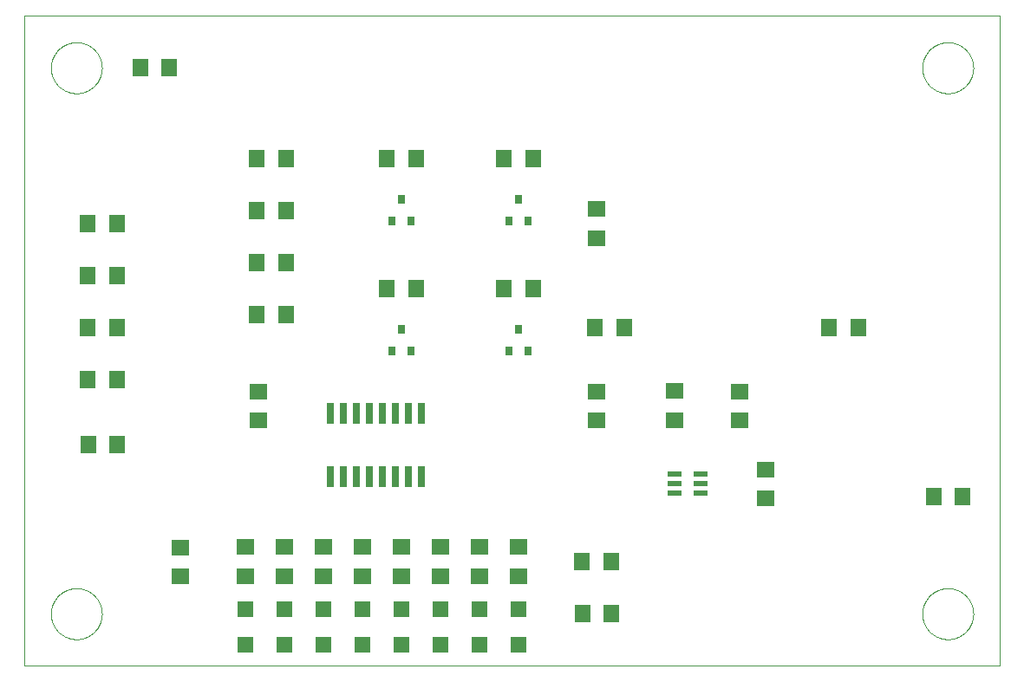
<source format=gtp>
G75*
%MOIN*%
%OFA0B0*%
%FSLAX25Y25*%
%IPPOS*%
%LPD*%
%AMOC8*
5,1,8,0,0,1.08239X$1,22.5*
%
%ADD10C,0.00000*%
%ADD11R,0.07087X0.06299*%
%ADD12R,0.06299X0.07087*%
%ADD13R,0.06299X0.07098*%
%ADD14R,0.05200X0.02200*%
%ADD15R,0.07098X0.06299*%
%ADD16R,0.02600X0.08000*%
%ADD17R,0.05906X0.05906*%
%ADD18R,0.03150X0.03543*%
D10*
X0011528Y0028933D02*
X0011528Y0278933D01*
X0386528Y0278933D01*
X0386528Y0028933D01*
X0011528Y0028933D01*
X0021728Y0048933D02*
X0021731Y0049174D01*
X0021740Y0049414D01*
X0021755Y0049654D01*
X0021775Y0049894D01*
X0021802Y0050133D01*
X0021834Y0050371D01*
X0021872Y0050608D01*
X0021916Y0050845D01*
X0021966Y0051080D01*
X0022022Y0051314D01*
X0022083Y0051547D01*
X0022150Y0051778D01*
X0022223Y0052007D01*
X0022301Y0052235D01*
X0022385Y0052460D01*
X0022474Y0052683D01*
X0022569Y0052904D01*
X0022669Y0053123D01*
X0022774Y0053339D01*
X0022885Y0053553D01*
X0023001Y0053763D01*
X0023122Y0053971D01*
X0023248Y0054176D01*
X0023380Y0054378D01*
X0023516Y0054576D01*
X0023657Y0054771D01*
X0023802Y0054962D01*
X0023952Y0055150D01*
X0024107Y0055334D01*
X0024267Y0055514D01*
X0024430Y0055690D01*
X0024598Y0055863D01*
X0024771Y0056031D01*
X0024947Y0056194D01*
X0025127Y0056354D01*
X0025311Y0056509D01*
X0025499Y0056659D01*
X0025690Y0056804D01*
X0025885Y0056945D01*
X0026083Y0057081D01*
X0026285Y0057213D01*
X0026490Y0057339D01*
X0026698Y0057460D01*
X0026908Y0057576D01*
X0027122Y0057687D01*
X0027338Y0057792D01*
X0027557Y0057892D01*
X0027778Y0057987D01*
X0028001Y0058076D01*
X0028226Y0058160D01*
X0028454Y0058238D01*
X0028683Y0058311D01*
X0028914Y0058378D01*
X0029147Y0058439D01*
X0029381Y0058495D01*
X0029616Y0058545D01*
X0029853Y0058589D01*
X0030090Y0058627D01*
X0030328Y0058659D01*
X0030567Y0058686D01*
X0030807Y0058706D01*
X0031047Y0058721D01*
X0031287Y0058730D01*
X0031528Y0058733D01*
X0031769Y0058730D01*
X0032009Y0058721D01*
X0032249Y0058706D01*
X0032489Y0058686D01*
X0032728Y0058659D01*
X0032966Y0058627D01*
X0033203Y0058589D01*
X0033440Y0058545D01*
X0033675Y0058495D01*
X0033909Y0058439D01*
X0034142Y0058378D01*
X0034373Y0058311D01*
X0034602Y0058238D01*
X0034830Y0058160D01*
X0035055Y0058076D01*
X0035278Y0057987D01*
X0035499Y0057892D01*
X0035718Y0057792D01*
X0035934Y0057687D01*
X0036148Y0057576D01*
X0036358Y0057460D01*
X0036566Y0057339D01*
X0036771Y0057213D01*
X0036973Y0057081D01*
X0037171Y0056945D01*
X0037366Y0056804D01*
X0037557Y0056659D01*
X0037745Y0056509D01*
X0037929Y0056354D01*
X0038109Y0056194D01*
X0038285Y0056031D01*
X0038458Y0055863D01*
X0038626Y0055690D01*
X0038789Y0055514D01*
X0038949Y0055334D01*
X0039104Y0055150D01*
X0039254Y0054962D01*
X0039399Y0054771D01*
X0039540Y0054576D01*
X0039676Y0054378D01*
X0039808Y0054176D01*
X0039934Y0053971D01*
X0040055Y0053763D01*
X0040171Y0053553D01*
X0040282Y0053339D01*
X0040387Y0053123D01*
X0040487Y0052904D01*
X0040582Y0052683D01*
X0040671Y0052460D01*
X0040755Y0052235D01*
X0040833Y0052007D01*
X0040906Y0051778D01*
X0040973Y0051547D01*
X0041034Y0051314D01*
X0041090Y0051080D01*
X0041140Y0050845D01*
X0041184Y0050608D01*
X0041222Y0050371D01*
X0041254Y0050133D01*
X0041281Y0049894D01*
X0041301Y0049654D01*
X0041316Y0049414D01*
X0041325Y0049174D01*
X0041328Y0048933D01*
X0041325Y0048692D01*
X0041316Y0048452D01*
X0041301Y0048212D01*
X0041281Y0047972D01*
X0041254Y0047733D01*
X0041222Y0047495D01*
X0041184Y0047258D01*
X0041140Y0047021D01*
X0041090Y0046786D01*
X0041034Y0046552D01*
X0040973Y0046319D01*
X0040906Y0046088D01*
X0040833Y0045859D01*
X0040755Y0045631D01*
X0040671Y0045406D01*
X0040582Y0045183D01*
X0040487Y0044962D01*
X0040387Y0044743D01*
X0040282Y0044527D01*
X0040171Y0044313D01*
X0040055Y0044103D01*
X0039934Y0043895D01*
X0039808Y0043690D01*
X0039676Y0043488D01*
X0039540Y0043290D01*
X0039399Y0043095D01*
X0039254Y0042904D01*
X0039104Y0042716D01*
X0038949Y0042532D01*
X0038789Y0042352D01*
X0038626Y0042176D01*
X0038458Y0042003D01*
X0038285Y0041835D01*
X0038109Y0041672D01*
X0037929Y0041512D01*
X0037745Y0041357D01*
X0037557Y0041207D01*
X0037366Y0041062D01*
X0037171Y0040921D01*
X0036973Y0040785D01*
X0036771Y0040653D01*
X0036566Y0040527D01*
X0036358Y0040406D01*
X0036148Y0040290D01*
X0035934Y0040179D01*
X0035718Y0040074D01*
X0035499Y0039974D01*
X0035278Y0039879D01*
X0035055Y0039790D01*
X0034830Y0039706D01*
X0034602Y0039628D01*
X0034373Y0039555D01*
X0034142Y0039488D01*
X0033909Y0039427D01*
X0033675Y0039371D01*
X0033440Y0039321D01*
X0033203Y0039277D01*
X0032966Y0039239D01*
X0032728Y0039207D01*
X0032489Y0039180D01*
X0032249Y0039160D01*
X0032009Y0039145D01*
X0031769Y0039136D01*
X0031528Y0039133D01*
X0031287Y0039136D01*
X0031047Y0039145D01*
X0030807Y0039160D01*
X0030567Y0039180D01*
X0030328Y0039207D01*
X0030090Y0039239D01*
X0029853Y0039277D01*
X0029616Y0039321D01*
X0029381Y0039371D01*
X0029147Y0039427D01*
X0028914Y0039488D01*
X0028683Y0039555D01*
X0028454Y0039628D01*
X0028226Y0039706D01*
X0028001Y0039790D01*
X0027778Y0039879D01*
X0027557Y0039974D01*
X0027338Y0040074D01*
X0027122Y0040179D01*
X0026908Y0040290D01*
X0026698Y0040406D01*
X0026490Y0040527D01*
X0026285Y0040653D01*
X0026083Y0040785D01*
X0025885Y0040921D01*
X0025690Y0041062D01*
X0025499Y0041207D01*
X0025311Y0041357D01*
X0025127Y0041512D01*
X0024947Y0041672D01*
X0024771Y0041835D01*
X0024598Y0042003D01*
X0024430Y0042176D01*
X0024267Y0042352D01*
X0024107Y0042532D01*
X0023952Y0042716D01*
X0023802Y0042904D01*
X0023657Y0043095D01*
X0023516Y0043290D01*
X0023380Y0043488D01*
X0023248Y0043690D01*
X0023122Y0043895D01*
X0023001Y0044103D01*
X0022885Y0044313D01*
X0022774Y0044527D01*
X0022669Y0044743D01*
X0022569Y0044962D01*
X0022474Y0045183D01*
X0022385Y0045406D01*
X0022301Y0045631D01*
X0022223Y0045859D01*
X0022150Y0046088D01*
X0022083Y0046319D01*
X0022022Y0046552D01*
X0021966Y0046786D01*
X0021916Y0047021D01*
X0021872Y0047258D01*
X0021834Y0047495D01*
X0021802Y0047733D01*
X0021775Y0047972D01*
X0021755Y0048212D01*
X0021740Y0048452D01*
X0021731Y0048692D01*
X0021728Y0048933D01*
X0021728Y0258933D02*
X0021731Y0259174D01*
X0021740Y0259414D01*
X0021755Y0259654D01*
X0021775Y0259894D01*
X0021802Y0260133D01*
X0021834Y0260371D01*
X0021872Y0260608D01*
X0021916Y0260845D01*
X0021966Y0261080D01*
X0022022Y0261314D01*
X0022083Y0261547D01*
X0022150Y0261778D01*
X0022223Y0262007D01*
X0022301Y0262235D01*
X0022385Y0262460D01*
X0022474Y0262683D01*
X0022569Y0262904D01*
X0022669Y0263123D01*
X0022774Y0263339D01*
X0022885Y0263553D01*
X0023001Y0263763D01*
X0023122Y0263971D01*
X0023248Y0264176D01*
X0023380Y0264378D01*
X0023516Y0264576D01*
X0023657Y0264771D01*
X0023802Y0264962D01*
X0023952Y0265150D01*
X0024107Y0265334D01*
X0024267Y0265514D01*
X0024430Y0265690D01*
X0024598Y0265863D01*
X0024771Y0266031D01*
X0024947Y0266194D01*
X0025127Y0266354D01*
X0025311Y0266509D01*
X0025499Y0266659D01*
X0025690Y0266804D01*
X0025885Y0266945D01*
X0026083Y0267081D01*
X0026285Y0267213D01*
X0026490Y0267339D01*
X0026698Y0267460D01*
X0026908Y0267576D01*
X0027122Y0267687D01*
X0027338Y0267792D01*
X0027557Y0267892D01*
X0027778Y0267987D01*
X0028001Y0268076D01*
X0028226Y0268160D01*
X0028454Y0268238D01*
X0028683Y0268311D01*
X0028914Y0268378D01*
X0029147Y0268439D01*
X0029381Y0268495D01*
X0029616Y0268545D01*
X0029853Y0268589D01*
X0030090Y0268627D01*
X0030328Y0268659D01*
X0030567Y0268686D01*
X0030807Y0268706D01*
X0031047Y0268721D01*
X0031287Y0268730D01*
X0031528Y0268733D01*
X0031769Y0268730D01*
X0032009Y0268721D01*
X0032249Y0268706D01*
X0032489Y0268686D01*
X0032728Y0268659D01*
X0032966Y0268627D01*
X0033203Y0268589D01*
X0033440Y0268545D01*
X0033675Y0268495D01*
X0033909Y0268439D01*
X0034142Y0268378D01*
X0034373Y0268311D01*
X0034602Y0268238D01*
X0034830Y0268160D01*
X0035055Y0268076D01*
X0035278Y0267987D01*
X0035499Y0267892D01*
X0035718Y0267792D01*
X0035934Y0267687D01*
X0036148Y0267576D01*
X0036358Y0267460D01*
X0036566Y0267339D01*
X0036771Y0267213D01*
X0036973Y0267081D01*
X0037171Y0266945D01*
X0037366Y0266804D01*
X0037557Y0266659D01*
X0037745Y0266509D01*
X0037929Y0266354D01*
X0038109Y0266194D01*
X0038285Y0266031D01*
X0038458Y0265863D01*
X0038626Y0265690D01*
X0038789Y0265514D01*
X0038949Y0265334D01*
X0039104Y0265150D01*
X0039254Y0264962D01*
X0039399Y0264771D01*
X0039540Y0264576D01*
X0039676Y0264378D01*
X0039808Y0264176D01*
X0039934Y0263971D01*
X0040055Y0263763D01*
X0040171Y0263553D01*
X0040282Y0263339D01*
X0040387Y0263123D01*
X0040487Y0262904D01*
X0040582Y0262683D01*
X0040671Y0262460D01*
X0040755Y0262235D01*
X0040833Y0262007D01*
X0040906Y0261778D01*
X0040973Y0261547D01*
X0041034Y0261314D01*
X0041090Y0261080D01*
X0041140Y0260845D01*
X0041184Y0260608D01*
X0041222Y0260371D01*
X0041254Y0260133D01*
X0041281Y0259894D01*
X0041301Y0259654D01*
X0041316Y0259414D01*
X0041325Y0259174D01*
X0041328Y0258933D01*
X0041325Y0258692D01*
X0041316Y0258452D01*
X0041301Y0258212D01*
X0041281Y0257972D01*
X0041254Y0257733D01*
X0041222Y0257495D01*
X0041184Y0257258D01*
X0041140Y0257021D01*
X0041090Y0256786D01*
X0041034Y0256552D01*
X0040973Y0256319D01*
X0040906Y0256088D01*
X0040833Y0255859D01*
X0040755Y0255631D01*
X0040671Y0255406D01*
X0040582Y0255183D01*
X0040487Y0254962D01*
X0040387Y0254743D01*
X0040282Y0254527D01*
X0040171Y0254313D01*
X0040055Y0254103D01*
X0039934Y0253895D01*
X0039808Y0253690D01*
X0039676Y0253488D01*
X0039540Y0253290D01*
X0039399Y0253095D01*
X0039254Y0252904D01*
X0039104Y0252716D01*
X0038949Y0252532D01*
X0038789Y0252352D01*
X0038626Y0252176D01*
X0038458Y0252003D01*
X0038285Y0251835D01*
X0038109Y0251672D01*
X0037929Y0251512D01*
X0037745Y0251357D01*
X0037557Y0251207D01*
X0037366Y0251062D01*
X0037171Y0250921D01*
X0036973Y0250785D01*
X0036771Y0250653D01*
X0036566Y0250527D01*
X0036358Y0250406D01*
X0036148Y0250290D01*
X0035934Y0250179D01*
X0035718Y0250074D01*
X0035499Y0249974D01*
X0035278Y0249879D01*
X0035055Y0249790D01*
X0034830Y0249706D01*
X0034602Y0249628D01*
X0034373Y0249555D01*
X0034142Y0249488D01*
X0033909Y0249427D01*
X0033675Y0249371D01*
X0033440Y0249321D01*
X0033203Y0249277D01*
X0032966Y0249239D01*
X0032728Y0249207D01*
X0032489Y0249180D01*
X0032249Y0249160D01*
X0032009Y0249145D01*
X0031769Y0249136D01*
X0031528Y0249133D01*
X0031287Y0249136D01*
X0031047Y0249145D01*
X0030807Y0249160D01*
X0030567Y0249180D01*
X0030328Y0249207D01*
X0030090Y0249239D01*
X0029853Y0249277D01*
X0029616Y0249321D01*
X0029381Y0249371D01*
X0029147Y0249427D01*
X0028914Y0249488D01*
X0028683Y0249555D01*
X0028454Y0249628D01*
X0028226Y0249706D01*
X0028001Y0249790D01*
X0027778Y0249879D01*
X0027557Y0249974D01*
X0027338Y0250074D01*
X0027122Y0250179D01*
X0026908Y0250290D01*
X0026698Y0250406D01*
X0026490Y0250527D01*
X0026285Y0250653D01*
X0026083Y0250785D01*
X0025885Y0250921D01*
X0025690Y0251062D01*
X0025499Y0251207D01*
X0025311Y0251357D01*
X0025127Y0251512D01*
X0024947Y0251672D01*
X0024771Y0251835D01*
X0024598Y0252003D01*
X0024430Y0252176D01*
X0024267Y0252352D01*
X0024107Y0252532D01*
X0023952Y0252716D01*
X0023802Y0252904D01*
X0023657Y0253095D01*
X0023516Y0253290D01*
X0023380Y0253488D01*
X0023248Y0253690D01*
X0023122Y0253895D01*
X0023001Y0254103D01*
X0022885Y0254313D01*
X0022774Y0254527D01*
X0022669Y0254743D01*
X0022569Y0254962D01*
X0022474Y0255183D01*
X0022385Y0255406D01*
X0022301Y0255631D01*
X0022223Y0255859D01*
X0022150Y0256088D01*
X0022083Y0256319D01*
X0022022Y0256552D01*
X0021966Y0256786D01*
X0021916Y0257021D01*
X0021872Y0257258D01*
X0021834Y0257495D01*
X0021802Y0257733D01*
X0021775Y0257972D01*
X0021755Y0258212D01*
X0021740Y0258452D01*
X0021731Y0258692D01*
X0021728Y0258933D01*
X0356728Y0258933D02*
X0356731Y0259174D01*
X0356740Y0259414D01*
X0356755Y0259654D01*
X0356775Y0259894D01*
X0356802Y0260133D01*
X0356834Y0260371D01*
X0356872Y0260608D01*
X0356916Y0260845D01*
X0356966Y0261080D01*
X0357022Y0261314D01*
X0357083Y0261547D01*
X0357150Y0261778D01*
X0357223Y0262007D01*
X0357301Y0262235D01*
X0357385Y0262460D01*
X0357474Y0262683D01*
X0357569Y0262904D01*
X0357669Y0263123D01*
X0357774Y0263339D01*
X0357885Y0263553D01*
X0358001Y0263763D01*
X0358122Y0263971D01*
X0358248Y0264176D01*
X0358380Y0264378D01*
X0358516Y0264576D01*
X0358657Y0264771D01*
X0358802Y0264962D01*
X0358952Y0265150D01*
X0359107Y0265334D01*
X0359267Y0265514D01*
X0359430Y0265690D01*
X0359598Y0265863D01*
X0359771Y0266031D01*
X0359947Y0266194D01*
X0360127Y0266354D01*
X0360311Y0266509D01*
X0360499Y0266659D01*
X0360690Y0266804D01*
X0360885Y0266945D01*
X0361083Y0267081D01*
X0361285Y0267213D01*
X0361490Y0267339D01*
X0361698Y0267460D01*
X0361908Y0267576D01*
X0362122Y0267687D01*
X0362338Y0267792D01*
X0362557Y0267892D01*
X0362778Y0267987D01*
X0363001Y0268076D01*
X0363226Y0268160D01*
X0363454Y0268238D01*
X0363683Y0268311D01*
X0363914Y0268378D01*
X0364147Y0268439D01*
X0364381Y0268495D01*
X0364616Y0268545D01*
X0364853Y0268589D01*
X0365090Y0268627D01*
X0365328Y0268659D01*
X0365567Y0268686D01*
X0365807Y0268706D01*
X0366047Y0268721D01*
X0366287Y0268730D01*
X0366528Y0268733D01*
X0366769Y0268730D01*
X0367009Y0268721D01*
X0367249Y0268706D01*
X0367489Y0268686D01*
X0367728Y0268659D01*
X0367966Y0268627D01*
X0368203Y0268589D01*
X0368440Y0268545D01*
X0368675Y0268495D01*
X0368909Y0268439D01*
X0369142Y0268378D01*
X0369373Y0268311D01*
X0369602Y0268238D01*
X0369830Y0268160D01*
X0370055Y0268076D01*
X0370278Y0267987D01*
X0370499Y0267892D01*
X0370718Y0267792D01*
X0370934Y0267687D01*
X0371148Y0267576D01*
X0371358Y0267460D01*
X0371566Y0267339D01*
X0371771Y0267213D01*
X0371973Y0267081D01*
X0372171Y0266945D01*
X0372366Y0266804D01*
X0372557Y0266659D01*
X0372745Y0266509D01*
X0372929Y0266354D01*
X0373109Y0266194D01*
X0373285Y0266031D01*
X0373458Y0265863D01*
X0373626Y0265690D01*
X0373789Y0265514D01*
X0373949Y0265334D01*
X0374104Y0265150D01*
X0374254Y0264962D01*
X0374399Y0264771D01*
X0374540Y0264576D01*
X0374676Y0264378D01*
X0374808Y0264176D01*
X0374934Y0263971D01*
X0375055Y0263763D01*
X0375171Y0263553D01*
X0375282Y0263339D01*
X0375387Y0263123D01*
X0375487Y0262904D01*
X0375582Y0262683D01*
X0375671Y0262460D01*
X0375755Y0262235D01*
X0375833Y0262007D01*
X0375906Y0261778D01*
X0375973Y0261547D01*
X0376034Y0261314D01*
X0376090Y0261080D01*
X0376140Y0260845D01*
X0376184Y0260608D01*
X0376222Y0260371D01*
X0376254Y0260133D01*
X0376281Y0259894D01*
X0376301Y0259654D01*
X0376316Y0259414D01*
X0376325Y0259174D01*
X0376328Y0258933D01*
X0376325Y0258692D01*
X0376316Y0258452D01*
X0376301Y0258212D01*
X0376281Y0257972D01*
X0376254Y0257733D01*
X0376222Y0257495D01*
X0376184Y0257258D01*
X0376140Y0257021D01*
X0376090Y0256786D01*
X0376034Y0256552D01*
X0375973Y0256319D01*
X0375906Y0256088D01*
X0375833Y0255859D01*
X0375755Y0255631D01*
X0375671Y0255406D01*
X0375582Y0255183D01*
X0375487Y0254962D01*
X0375387Y0254743D01*
X0375282Y0254527D01*
X0375171Y0254313D01*
X0375055Y0254103D01*
X0374934Y0253895D01*
X0374808Y0253690D01*
X0374676Y0253488D01*
X0374540Y0253290D01*
X0374399Y0253095D01*
X0374254Y0252904D01*
X0374104Y0252716D01*
X0373949Y0252532D01*
X0373789Y0252352D01*
X0373626Y0252176D01*
X0373458Y0252003D01*
X0373285Y0251835D01*
X0373109Y0251672D01*
X0372929Y0251512D01*
X0372745Y0251357D01*
X0372557Y0251207D01*
X0372366Y0251062D01*
X0372171Y0250921D01*
X0371973Y0250785D01*
X0371771Y0250653D01*
X0371566Y0250527D01*
X0371358Y0250406D01*
X0371148Y0250290D01*
X0370934Y0250179D01*
X0370718Y0250074D01*
X0370499Y0249974D01*
X0370278Y0249879D01*
X0370055Y0249790D01*
X0369830Y0249706D01*
X0369602Y0249628D01*
X0369373Y0249555D01*
X0369142Y0249488D01*
X0368909Y0249427D01*
X0368675Y0249371D01*
X0368440Y0249321D01*
X0368203Y0249277D01*
X0367966Y0249239D01*
X0367728Y0249207D01*
X0367489Y0249180D01*
X0367249Y0249160D01*
X0367009Y0249145D01*
X0366769Y0249136D01*
X0366528Y0249133D01*
X0366287Y0249136D01*
X0366047Y0249145D01*
X0365807Y0249160D01*
X0365567Y0249180D01*
X0365328Y0249207D01*
X0365090Y0249239D01*
X0364853Y0249277D01*
X0364616Y0249321D01*
X0364381Y0249371D01*
X0364147Y0249427D01*
X0363914Y0249488D01*
X0363683Y0249555D01*
X0363454Y0249628D01*
X0363226Y0249706D01*
X0363001Y0249790D01*
X0362778Y0249879D01*
X0362557Y0249974D01*
X0362338Y0250074D01*
X0362122Y0250179D01*
X0361908Y0250290D01*
X0361698Y0250406D01*
X0361490Y0250527D01*
X0361285Y0250653D01*
X0361083Y0250785D01*
X0360885Y0250921D01*
X0360690Y0251062D01*
X0360499Y0251207D01*
X0360311Y0251357D01*
X0360127Y0251512D01*
X0359947Y0251672D01*
X0359771Y0251835D01*
X0359598Y0252003D01*
X0359430Y0252176D01*
X0359267Y0252352D01*
X0359107Y0252532D01*
X0358952Y0252716D01*
X0358802Y0252904D01*
X0358657Y0253095D01*
X0358516Y0253290D01*
X0358380Y0253488D01*
X0358248Y0253690D01*
X0358122Y0253895D01*
X0358001Y0254103D01*
X0357885Y0254313D01*
X0357774Y0254527D01*
X0357669Y0254743D01*
X0357569Y0254962D01*
X0357474Y0255183D01*
X0357385Y0255406D01*
X0357301Y0255631D01*
X0357223Y0255859D01*
X0357150Y0256088D01*
X0357083Y0256319D01*
X0357022Y0256552D01*
X0356966Y0256786D01*
X0356916Y0257021D01*
X0356872Y0257258D01*
X0356834Y0257495D01*
X0356802Y0257733D01*
X0356775Y0257972D01*
X0356755Y0258212D01*
X0356740Y0258452D01*
X0356731Y0258692D01*
X0356728Y0258933D01*
X0356728Y0048933D02*
X0356731Y0049174D01*
X0356740Y0049414D01*
X0356755Y0049654D01*
X0356775Y0049894D01*
X0356802Y0050133D01*
X0356834Y0050371D01*
X0356872Y0050608D01*
X0356916Y0050845D01*
X0356966Y0051080D01*
X0357022Y0051314D01*
X0357083Y0051547D01*
X0357150Y0051778D01*
X0357223Y0052007D01*
X0357301Y0052235D01*
X0357385Y0052460D01*
X0357474Y0052683D01*
X0357569Y0052904D01*
X0357669Y0053123D01*
X0357774Y0053339D01*
X0357885Y0053553D01*
X0358001Y0053763D01*
X0358122Y0053971D01*
X0358248Y0054176D01*
X0358380Y0054378D01*
X0358516Y0054576D01*
X0358657Y0054771D01*
X0358802Y0054962D01*
X0358952Y0055150D01*
X0359107Y0055334D01*
X0359267Y0055514D01*
X0359430Y0055690D01*
X0359598Y0055863D01*
X0359771Y0056031D01*
X0359947Y0056194D01*
X0360127Y0056354D01*
X0360311Y0056509D01*
X0360499Y0056659D01*
X0360690Y0056804D01*
X0360885Y0056945D01*
X0361083Y0057081D01*
X0361285Y0057213D01*
X0361490Y0057339D01*
X0361698Y0057460D01*
X0361908Y0057576D01*
X0362122Y0057687D01*
X0362338Y0057792D01*
X0362557Y0057892D01*
X0362778Y0057987D01*
X0363001Y0058076D01*
X0363226Y0058160D01*
X0363454Y0058238D01*
X0363683Y0058311D01*
X0363914Y0058378D01*
X0364147Y0058439D01*
X0364381Y0058495D01*
X0364616Y0058545D01*
X0364853Y0058589D01*
X0365090Y0058627D01*
X0365328Y0058659D01*
X0365567Y0058686D01*
X0365807Y0058706D01*
X0366047Y0058721D01*
X0366287Y0058730D01*
X0366528Y0058733D01*
X0366769Y0058730D01*
X0367009Y0058721D01*
X0367249Y0058706D01*
X0367489Y0058686D01*
X0367728Y0058659D01*
X0367966Y0058627D01*
X0368203Y0058589D01*
X0368440Y0058545D01*
X0368675Y0058495D01*
X0368909Y0058439D01*
X0369142Y0058378D01*
X0369373Y0058311D01*
X0369602Y0058238D01*
X0369830Y0058160D01*
X0370055Y0058076D01*
X0370278Y0057987D01*
X0370499Y0057892D01*
X0370718Y0057792D01*
X0370934Y0057687D01*
X0371148Y0057576D01*
X0371358Y0057460D01*
X0371566Y0057339D01*
X0371771Y0057213D01*
X0371973Y0057081D01*
X0372171Y0056945D01*
X0372366Y0056804D01*
X0372557Y0056659D01*
X0372745Y0056509D01*
X0372929Y0056354D01*
X0373109Y0056194D01*
X0373285Y0056031D01*
X0373458Y0055863D01*
X0373626Y0055690D01*
X0373789Y0055514D01*
X0373949Y0055334D01*
X0374104Y0055150D01*
X0374254Y0054962D01*
X0374399Y0054771D01*
X0374540Y0054576D01*
X0374676Y0054378D01*
X0374808Y0054176D01*
X0374934Y0053971D01*
X0375055Y0053763D01*
X0375171Y0053553D01*
X0375282Y0053339D01*
X0375387Y0053123D01*
X0375487Y0052904D01*
X0375582Y0052683D01*
X0375671Y0052460D01*
X0375755Y0052235D01*
X0375833Y0052007D01*
X0375906Y0051778D01*
X0375973Y0051547D01*
X0376034Y0051314D01*
X0376090Y0051080D01*
X0376140Y0050845D01*
X0376184Y0050608D01*
X0376222Y0050371D01*
X0376254Y0050133D01*
X0376281Y0049894D01*
X0376301Y0049654D01*
X0376316Y0049414D01*
X0376325Y0049174D01*
X0376328Y0048933D01*
X0376325Y0048692D01*
X0376316Y0048452D01*
X0376301Y0048212D01*
X0376281Y0047972D01*
X0376254Y0047733D01*
X0376222Y0047495D01*
X0376184Y0047258D01*
X0376140Y0047021D01*
X0376090Y0046786D01*
X0376034Y0046552D01*
X0375973Y0046319D01*
X0375906Y0046088D01*
X0375833Y0045859D01*
X0375755Y0045631D01*
X0375671Y0045406D01*
X0375582Y0045183D01*
X0375487Y0044962D01*
X0375387Y0044743D01*
X0375282Y0044527D01*
X0375171Y0044313D01*
X0375055Y0044103D01*
X0374934Y0043895D01*
X0374808Y0043690D01*
X0374676Y0043488D01*
X0374540Y0043290D01*
X0374399Y0043095D01*
X0374254Y0042904D01*
X0374104Y0042716D01*
X0373949Y0042532D01*
X0373789Y0042352D01*
X0373626Y0042176D01*
X0373458Y0042003D01*
X0373285Y0041835D01*
X0373109Y0041672D01*
X0372929Y0041512D01*
X0372745Y0041357D01*
X0372557Y0041207D01*
X0372366Y0041062D01*
X0372171Y0040921D01*
X0371973Y0040785D01*
X0371771Y0040653D01*
X0371566Y0040527D01*
X0371358Y0040406D01*
X0371148Y0040290D01*
X0370934Y0040179D01*
X0370718Y0040074D01*
X0370499Y0039974D01*
X0370278Y0039879D01*
X0370055Y0039790D01*
X0369830Y0039706D01*
X0369602Y0039628D01*
X0369373Y0039555D01*
X0369142Y0039488D01*
X0368909Y0039427D01*
X0368675Y0039371D01*
X0368440Y0039321D01*
X0368203Y0039277D01*
X0367966Y0039239D01*
X0367728Y0039207D01*
X0367489Y0039180D01*
X0367249Y0039160D01*
X0367009Y0039145D01*
X0366769Y0039136D01*
X0366528Y0039133D01*
X0366287Y0039136D01*
X0366047Y0039145D01*
X0365807Y0039160D01*
X0365567Y0039180D01*
X0365328Y0039207D01*
X0365090Y0039239D01*
X0364853Y0039277D01*
X0364616Y0039321D01*
X0364381Y0039371D01*
X0364147Y0039427D01*
X0363914Y0039488D01*
X0363683Y0039555D01*
X0363454Y0039628D01*
X0363226Y0039706D01*
X0363001Y0039790D01*
X0362778Y0039879D01*
X0362557Y0039974D01*
X0362338Y0040074D01*
X0362122Y0040179D01*
X0361908Y0040290D01*
X0361698Y0040406D01*
X0361490Y0040527D01*
X0361285Y0040653D01*
X0361083Y0040785D01*
X0360885Y0040921D01*
X0360690Y0041062D01*
X0360499Y0041207D01*
X0360311Y0041357D01*
X0360127Y0041512D01*
X0359947Y0041672D01*
X0359771Y0041835D01*
X0359598Y0042003D01*
X0359430Y0042176D01*
X0359267Y0042352D01*
X0359107Y0042532D01*
X0358952Y0042716D01*
X0358802Y0042904D01*
X0358657Y0043095D01*
X0358516Y0043290D01*
X0358380Y0043488D01*
X0358248Y0043690D01*
X0358122Y0043895D01*
X0358001Y0044103D01*
X0357885Y0044313D01*
X0357774Y0044527D01*
X0357669Y0044743D01*
X0357569Y0044962D01*
X0357474Y0045183D01*
X0357385Y0045406D01*
X0357301Y0045631D01*
X0357223Y0045859D01*
X0357150Y0046088D01*
X0357083Y0046319D01*
X0357022Y0046552D01*
X0356966Y0046786D01*
X0356916Y0047021D01*
X0356872Y0047258D01*
X0356834Y0047495D01*
X0356802Y0047733D01*
X0356775Y0047972D01*
X0356755Y0048212D01*
X0356740Y0048452D01*
X0356731Y0048692D01*
X0356728Y0048933D01*
D11*
X0296528Y0093421D03*
X0296528Y0104445D03*
X0286528Y0123421D03*
X0286528Y0134445D03*
X0231528Y0134445D03*
X0231528Y0123421D03*
X0101528Y0123421D03*
X0101528Y0134445D03*
X0071528Y0074445D03*
X0071528Y0063421D03*
D12*
X0047040Y0113933D03*
X0036017Y0113933D03*
X0226017Y0048933D03*
X0237040Y0048933D03*
X0361017Y0093933D03*
X0372040Y0093933D03*
X0067040Y0258933D03*
X0056017Y0258933D03*
D13*
X0100930Y0223933D03*
X0112127Y0223933D03*
X0112127Y0203933D03*
X0100930Y0203933D03*
X0100930Y0183933D03*
X0112127Y0183933D03*
X0112127Y0163933D03*
X0100930Y0163933D03*
X0150930Y0173933D03*
X0162127Y0173933D03*
X0195930Y0173933D03*
X0207127Y0173933D03*
X0230930Y0158933D03*
X0242127Y0158933D03*
X0320930Y0158933D03*
X0332127Y0158933D03*
X0207127Y0223933D03*
X0195930Y0223933D03*
X0162127Y0223933D03*
X0150930Y0223933D03*
X0047127Y0198933D03*
X0035930Y0198933D03*
X0035930Y0178933D03*
X0047127Y0178933D03*
X0047127Y0158933D03*
X0035930Y0158933D03*
X0035930Y0138933D03*
X0047127Y0138933D03*
X0225930Y0068933D03*
X0237127Y0068933D03*
D14*
X0261428Y0095233D03*
X0261428Y0098933D03*
X0261428Y0102633D03*
X0271628Y0102633D03*
X0271628Y0098933D03*
X0271628Y0095233D03*
D15*
X0261528Y0123335D03*
X0261528Y0134531D03*
X0231528Y0193335D03*
X0231528Y0204531D03*
X0201528Y0074531D03*
X0186528Y0074531D03*
X0186528Y0063335D03*
X0201528Y0063335D03*
X0171528Y0063335D03*
X0156528Y0063335D03*
X0156528Y0074531D03*
X0171528Y0074531D03*
X0141528Y0074531D03*
X0126528Y0074531D03*
X0126528Y0063335D03*
X0141528Y0063335D03*
X0111528Y0063335D03*
X0111528Y0074531D03*
X0096528Y0074531D03*
X0096528Y0063335D03*
D16*
X0129028Y0101833D03*
X0134028Y0101833D03*
X0139028Y0101833D03*
X0144028Y0101833D03*
X0149028Y0101833D03*
X0154028Y0101833D03*
X0159028Y0101833D03*
X0164028Y0101833D03*
X0164028Y0126033D03*
X0159028Y0126033D03*
X0154028Y0126033D03*
X0149028Y0126033D03*
X0144028Y0126033D03*
X0139028Y0126033D03*
X0134028Y0126033D03*
X0129028Y0126033D03*
D17*
X0126528Y0050823D03*
X0141528Y0050823D03*
X0156528Y0050823D03*
X0171528Y0050823D03*
X0186528Y0050823D03*
X0201528Y0050823D03*
X0201528Y0037043D03*
X0186528Y0037043D03*
X0171528Y0037043D03*
X0156528Y0037043D03*
X0141528Y0037043D03*
X0126528Y0037043D03*
X0111528Y0037043D03*
X0096528Y0037043D03*
X0096528Y0050823D03*
X0111528Y0050823D03*
D18*
X0152788Y0149996D03*
X0160269Y0149996D03*
X0156528Y0158264D03*
X0197788Y0149996D03*
X0205269Y0149996D03*
X0201528Y0158264D03*
X0197788Y0199996D03*
X0205269Y0199996D03*
X0201528Y0208264D03*
X0160269Y0199996D03*
X0152788Y0199996D03*
X0156528Y0208264D03*
M02*

</source>
